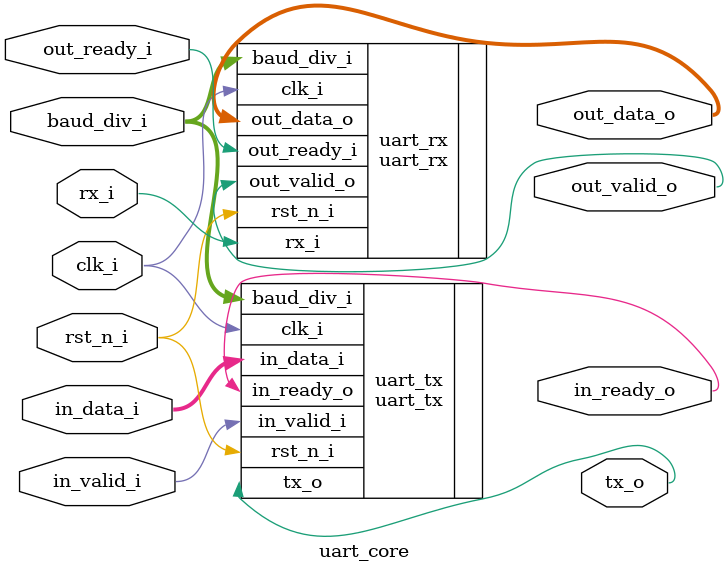
<source format=sv>
/*
 * uart_core.sv
 *
 *  Created on: 2023-08-07 11:02
 *      Author: Jack Chen <redchenjs@live.com>
 */

`timescale 1 ns / 1 ps

parameter D_WIDTH = 8;

module uart_core(
    input logic clk_i,
    input logic rst_n_i,

    input logic [31:0] baud_div_i,

    input  logic [D_WIDTH-1:0] in_data_i,
    input  logic               in_valid_i,
    output logic               in_ready_o,

    output logic [D_WIDTH-1:0] out_data_o,
    output logic               out_valid_o,
    input  logic               out_ready_i,

    input  logic rx_i,
    output logic tx_o
);

uart_tx uart_tx(
    .clk_i(clk_i),
    .rst_n_i(rst_n_i),

    .baud_div_i(baud_div_i),

    .in_data_i(in_data_i),
    .in_valid_i(in_valid_i),
    .in_ready_o(in_ready_o),

    .tx_o(tx_o)
);

uart_rx uart_rx(
    .clk_i(clk_i),
    .rst_n_i(rst_n_i),

    .baud_div_i(baud_div_i),

    .out_data_o(out_data_o),
    .out_valid_o(out_valid_o),
    .out_ready_i(out_ready_i),

    .rx_i(rx_i)
);

endmodule

</source>
